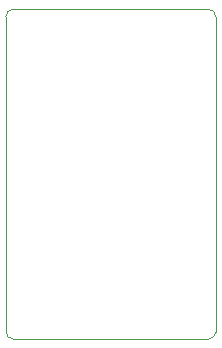
<source format=gbr>
%TF.GenerationSoftware,KiCad,Pcbnew,5.1.5+dfsg1-2~bpo10+1*%
%TF.CreationDate,Date%
%TF.ProjectId,ProMicro_BOOST,50726f4d-6963-4726-9f5f-424f4f53542e,v1.6*%
%TF.SameCoordinates,Original*%
%TF.FileFunction,Glue,Top*%
%TF.FilePolarity,Positive*%
%FSLAX45Y45*%
G04 Gerber Fmt 4.5, Leading zero omitted, Abs format (unit mm)*
G04 Created by KiCad*
%MOMM*%
%LPD*%
G04 APERTURE LIST*
%ADD10C,0.100000*%
G04 APERTURE END LIST*
D10*
X-127000Y-63500D02*
X-127000Y2603500D01*
X1651000Y2603500D02*
X1651000Y-63500D01*
X1651000Y-63500D02*
G75*
G02X1587500Y-127000I-63500J0D01*
G01*
X-63500Y-127000D02*
G75*
G02X-127000Y-63500I0J63500D01*
G01*
X-127000Y2603500D02*
G75*
G02X-63500Y2667000I63500J0D01*
G01*
X1587500Y2667000D02*
G75*
G02X1651000Y2603500I0J-63500D01*
G01*
X1587500Y2667000D02*
X-63500Y2667000D01*
X-63500Y-127000D02*
X1587500Y-127000D01*
M02*

</source>
